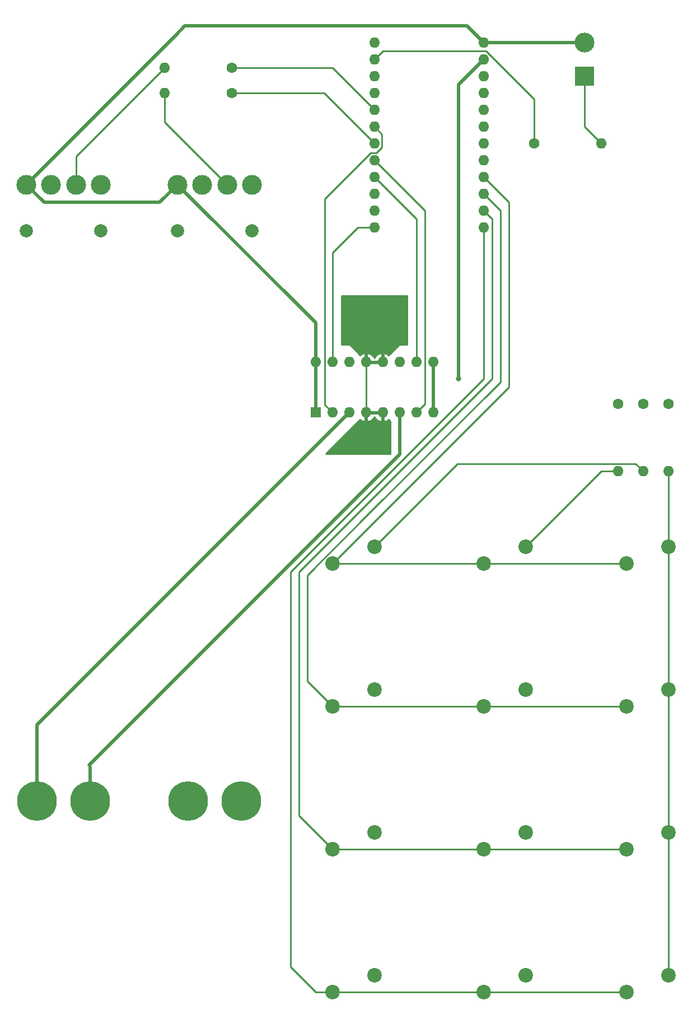
<source format=gbr>
%TF.GenerationSoftware,KiCad,Pcbnew,(5.1.8)-1*%
%TF.CreationDate,2020-12-17T23:53:09+01:00*%
%TF.ProjectId,pcb,7063622e-6b69-4636-9164-5f7063625858,rev?*%
%TF.SameCoordinates,Original*%
%TF.FileFunction,Copper,L1,Top*%
%TF.FilePolarity,Positive*%
%FSLAX46Y46*%
G04 Gerber Fmt 4.6, Leading zero omitted, Abs format (unit mm)*
G04 Created by KiCad (PCBNEW (5.1.8)-1) date 2020-12-17 23:53:09*
%MOMM*%
%LPD*%
G01*
G04 APERTURE LIST*
%TA.AperFunction,ComponentPad*%
%ADD10C,2.000000*%
%TD*%
%TA.AperFunction,ComponentPad*%
%ADD11C,6.000000*%
%TD*%
%TA.AperFunction,ComponentPad*%
%ADD12C,3.000000*%
%TD*%
%TA.AperFunction,ComponentPad*%
%ADD13C,2.200000*%
%TD*%
%TA.AperFunction,ComponentPad*%
%ADD14O,1.600000X1.600000*%
%TD*%
%TA.AperFunction,ComponentPad*%
%ADD15R,3.000000X3.000000*%
%TD*%
%TA.AperFunction,ComponentPad*%
%ADD16C,1.600000*%
%TD*%
%TA.AperFunction,ComponentPad*%
%ADD17R,1.600000X1.600000*%
%TD*%
%TA.AperFunction,ViaPad*%
%ADD18C,0.800000*%
%TD*%
%TA.AperFunction,Conductor*%
%ADD19C,0.250000*%
%TD*%
%TA.AperFunction,Conductor*%
%ADD20C,0.500000*%
%TD*%
%TA.AperFunction,Conductor*%
%ADD21C,0.254000*%
%TD*%
%TA.AperFunction,Conductor*%
%ADD22C,0.100000*%
%TD*%
G04 APERTURE END LIST*
D10*
%TO.P,MF2,4*%
%TO.N,Net-(MF2-Pad4)*%
X64045000Y-44950000D03*
%TO.P,MF2,5*%
%TO.N,Net-(MF2-Pad5)*%
X52795000Y-44950000D03*
D11*
%TO.P,MF2,7*%
%TO.N,Net-(MF2-Pad7)*%
X54420000Y-131150000D03*
%TO.P,MF2,6*%
%TO.N,Net-(MF2-Pad6)*%
X62420000Y-131150000D03*
D12*
%TO.P,MF2,2*%
%TO.N,+5V*%
X52795000Y-37950000D03*
%TO.P,MF2,1*%
%TO.N,fader2*%
X64045000Y-37950000D03*
%TO.P,MF2,8*%
%TO.N,fader_cap2*%
X60295000Y-37950000D03*
%TO.P,MF2,3*%
%TO.N,Net-(MF2-Pad3)*%
X56545000Y-37950000D03*
%TD*%
D13*
%TO.P,MX1,2*%
%TO.N,key_row1*%
X76200000Y-95250000D03*
%TO.P,MX1,1*%
%TO.N,Net-(MX1-Pad1)*%
X82550000Y-92710000D03*
%TD*%
D14*
%TO.P,PM1,0*%
%TO.N,key_col3*%
X82550000Y-16510000D03*
%TO.P,PM1,1*%
%TO.N,Net-(PM1-Pad1)*%
X82550000Y-19050000D03*
%TO.P,PM1,2*%
%TO.N,Net-(PM1-Pad2)*%
X82550000Y-21590000D03*
%TO.P,PM1,3*%
%TO.N,Net-(PM1-Pad3)*%
X82550000Y-24130000D03*
%TO.P,PM1,4*%
%TO.N,fader_out1*%
X82550000Y-26670000D03*
%TO.P,PM1,5*%
%TO.N,M1_pos*%
X82550000Y-29210000D03*
%TO.P,PM1,6*%
%TO.N,fader_out2*%
X82550000Y-31750000D03*
%TO.P,PM1,7*%
%TO.N,M1_neg*%
X82550000Y-34290000D03*
%TO.P,PM1,8*%
%TO.N,M2_pos*%
X82550000Y-36830000D03*
%TO.P,PM1,9*%
%TO.N,key_col1*%
X82550000Y-39370000D03*
%TO.P,PM1,10*%
%TO.N,key_col2*%
X82550000Y-41910000D03*
%TO.P,PM1,11*%
%TO.N,M2_neg*%
X82550000Y-44450000D03*
%TO.P,PM1,12*%
%TO.N,+5V*%
X99060000Y-16510000D03*
%TO.P,PM1,13*%
%TO.N,Earth*%
X99060000Y-19050000D03*
%TO.P,PM1,14*%
%TO.N,Net-(PM1-Pad14)*%
X99060000Y-21590000D03*
%TO.P,PM1,15*%
%TO.N,Net-(PM1-Pad15)*%
X99060000Y-24130000D03*
%TO.P,PM1,16*%
%TO.N,fader_cap1*%
X99060000Y-26670000D03*
%TO.P,PM1,17*%
%TO.N,fader_cap2*%
X99060000Y-29210000D03*
%TO.P,PM1,18*%
%TO.N,fader1*%
X99060000Y-31750000D03*
%TO.P,PM1,19*%
%TO.N,fader2*%
X99060000Y-34290000D03*
%TO.P,PM1,20*%
%TO.N,key_row1*%
X99060000Y-36830000D03*
%TO.P,PM1,21*%
%TO.N,key_row2*%
X99060000Y-39370000D03*
%TO.P,PM1,22*%
%TO.N,key_row3*%
X99060000Y-41910000D03*
%TO.P,PM1,23*%
%TO.N,key_row4*%
X99060000Y-44450000D03*
%TD*%
D15*
%TO.P,J1,1*%
%TO.N,Net-(J1-Pad1)*%
X114300000Y-21590000D03*
D12*
%TO.P,J1,2*%
%TO.N,+5V*%
X114300000Y-16510000D03*
%TD*%
%TO.P,MF1,3*%
%TO.N,Net-(MF1-Pad3)*%
X33685000Y-37950000D03*
%TO.P,MF1,8*%
%TO.N,fader_cap1*%
X37435000Y-37950000D03*
%TO.P,MF1,1*%
%TO.N,fader1*%
X41185000Y-37950000D03*
%TO.P,MF1,2*%
%TO.N,+5V*%
X29935000Y-37950000D03*
D11*
%TO.P,MF1,6*%
%TO.N,Net-(MF1-Pad6)*%
X39560000Y-131150000D03*
%TO.P,MF1,7*%
%TO.N,Net-(MF1-Pad7)*%
X31560000Y-131150000D03*
D10*
%TO.P,MF1,5*%
%TO.N,Net-(MF1-Pad5)*%
X29935000Y-44950000D03*
%TO.P,MF1,4*%
%TO.N,Net-(MF1-Pad4)*%
X41185000Y-44950000D03*
%TD*%
D13*
%TO.P,MX2,1*%
%TO.N,Net-(MX2-Pad1)*%
X105410000Y-92710000D03*
%TO.P,MX2,2*%
%TO.N,key_row1*%
X99060000Y-95250000D03*
%TD*%
%TO.P,MX3,1*%
%TO.N,Net-(MX1-Pad1)*%
X82550000Y-114300000D03*
%TO.P,MX3,2*%
%TO.N,key_row2*%
X76200000Y-116840000D03*
%TD*%
%TO.P,MX4,2*%
%TO.N,key_row2*%
X99060000Y-116840000D03*
%TO.P,MX4,1*%
%TO.N,Net-(MX2-Pad1)*%
X105410000Y-114300000D03*
%TD*%
%TO.P,MX5,2*%
%TO.N,key_row3*%
X76200000Y-138430000D03*
%TO.P,MX5,1*%
%TO.N,Net-(MX1-Pad1)*%
X82550000Y-135890000D03*
%TD*%
%TO.P,MX6,1*%
%TO.N,Net-(MX2-Pad1)*%
X105410000Y-135890000D03*
%TO.P,MX6,2*%
%TO.N,key_row3*%
X99060000Y-138430000D03*
%TD*%
%TO.P,MX7,2*%
%TO.N,key_row4*%
X76200000Y-160020000D03*
%TO.P,MX7,1*%
%TO.N,Net-(MX1-Pad1)*%
X82550000Y-157480000D03*
%TD*%
%TO.P,MX8,1*%
%TO.N,Net-(MX2-Pad1)*%
X105410000Y-157480000D03*
%TO.P,MX8,2*%
%TO.N,key_row4*%
X99060000Y-160020000D03*
%TD*%
%TO.P,MX9,2*%
%TO.N,key_row1*%
X120650000Y-95250000D03*
%TO.P,MX9,1*%
%TO.N,Net-(MX10-Pad1)*%
X127000000Y-92710000D03*
%TD*%
%TO.P,MX10,1*%
%TO.N,Net-(MX10-Pad1)*%
X127000000Y-114300000D03*
%TO.P,MX10,2*%
%TO.N,key_row2*%
X120650000Y-116840000D03*
%TD*%
%TO.P,MX11,2*%
%TO.N,key_row3*%
X120650000Y-138430000D03*
%TO.P,MX11,1*%
%TO.N,Net-(MX10-Pad1)*%
X127000000Y-135890000D03*
%TD*%
%TO.P,MX12,1*%
%TO.N,Net-(MX10-Pad1)*%
X127000000Y-157480000D03*
%TO.P,MX12,2*%
%TO.N,key_row4*%
X120650000Y-160020000D03*
%TD*%
D16*
%TO.P,R1,1*%
%TO.N,fader_out1*%
X60960000Y-20320000D03*
D14*
%TO.P,R1,2*%
%TO.N,fader_cap1*%
X50800000Y-20320000D03*
%TD*%
%TO.P,R2,2*%
%TO.N,fader_cap2*%
X50800000Y-24130000D03*
D16*
%TO.P,R2,1*%
%TO.N,fader_out2*%
X60960000Y-24130000D03*
%TD*%
D14*
%TO.P,R3,2*%
%TO.N,Net-(J1-Pad1)*%
X116840000Y-31750000D03*
D16*
%TO.P,R3,1*%
%TO.N,Net-(PM1-Pad1)*%
X106680000Y-31750000D03*
%TD*%
%TO.P,R4,1*%
%TO.N,key_col1*%
X123190000Y-71120000D03*
D14*
%TO.P,R4,2*%
%TO.N,Net-(MX1-Pad1)*%
X123190000Y-81280000D03*
%TD*%
%TO.P,R5,2*%
%TO.N,Net-(MX2-Pad1)*%
X119380000Y-81280000D03*
D16*
%TO.P,R5,1*%
%TO.N,key_col2*%
X119380000Y-71120000D03*
%TD*%
%TO.P,R6,1*%
%TO.N,key_col3*%
X127000000Y-71120000D03*
D14*
%TO.P,R6,2*%
%TO.N,Net-(MX10-Pad1)*%
X127000000Y-81280000D03*
%TD*%
D17*
%TO.P,U1,1*%
%TO.N,+5V*%
X73660000Y-72390000D03*
D14*
%TO.P,U1,9*%
X91440000Y-64770000D03*
%TO.P,U1,2*%
%TO.N,M1_pos*%
X76200000Y-72390000D03*
%TO.P,U1,10*%
%TO.N,M2_pos*%
X88900000Y-64770000D03*
%TO.P,U1,3*%
%TO.N,Net-(MF1-Pad7)*%
X78740000Y-72390000D03*
%TO.P,U1,11*%
%TO.N,Net-(MF2-Pad6)*%
X86360000Y-64770000D03*
%TO.P,U1,4*%
%TO.N,Earth*%
X81280000Y-72390000D03*
%TO.P,U1,12*%
X83820000Y-64770000D03*
%TO.P,U1,5*%
X83820000Y-72390000D03*
%TO.P,U1,13*%
X81280000Y-64770000D03*
%TO.P,U1,6*%
%TO.N,Net-(MF1-Pad6)*%
X86360000Y-72390000D03*
%TO.P,U1,14*%
%TO.N,Net-(MF2-Pad7)*%
X78740000Y-64770000D03*
%TO.P,U1,7*%
%TO.N,M1_neg*%
X88900000Y-72390000D03*
%TO.P,U1,15*%
%TO.N,M2_neg*%
X76200000Y-64770000D03*
%TO.P,U1,8*%
%TO.N,+5V*%
X91440000Y-72390000D03*
%TO.P,U1,16*%
X73660000Y-64770000D03*
%TD*%
D18*
%TO.N,Earth*%
X95250000Y-67310000D03*
%TD*%
D19*
%TO.N,M1_pos*%
X75074999Y-71264999D02*
X76200000Y-72390000D01*
X75074999Y-40099999D02*
X75074999Y-71264999D01*
X82009999Y-33164999D02*
X75074999Y-40099999D01*
X82800003Y-33164999D02*
X82009999Y-33164999D01*
X83675001Y-32290001D02*
X82800003Y-33164999D01*
X83675001Y-30335001D02*
X83675001Y-32290001D01*
X82550000Y-29210000D02*
X83675001Y-30335001D01*
%TO.N,M1_neg*%
X90170000Y-71120000D02*
X88900000Y-72390000D01*
X90170000Y-41910000D02*
X90170000Y-71120000D01*
X82550000Y-34290000D02*
X90170000Y-41910000D01*
D20*
%TO.N,+5V*%
X99060000Y-16510000D02*
X114300000Y-16510000D01*
D19*
X49960001Y-17924999D02*
X29935000Y-37950000D01*
D20*
X73660000Y-58815000D02*
X73660000Y-64770000D01*
X52795000Y-37950000D02*
X73660000Y-58815000D01*
X73660000Y-64770000D02*
X73660000Y-72390000D01*
X91440000Y-64770000D02*
X91440000Y-72390000D01*
X52500001Y-15384999D02*
X29935000Y-37950000D01*
X53915000Y-13970000D02*
X52500001Y-15384999D01*
X96520000Y-13970000D02*
X53915000Y-13970000D01*
X99060000Y-16510000D02*
X96520000Y-13970000D01*
X32625000Y-40640000D02*
X29935000Y-37950000D01*
X49530000Y-40640000D02*
X50105000Y-40640000D01*
X50105000Y-40640000D02*
X52795000Y-37950000D01*
X49530000Y-40640000D02*
X32625000Y-40640000D01*
D19*
%TO.N,M2_pos*%
X88900000Y-43180000D02*
X88900000Y-64770000D01*
X82550000Y-36830000D02*
X88900000Y-43180000D01*
%TO.N,Earth*%
X83820000Y-64770000D02*
X81280000Y-64770000D01*
X81280000Y-64770000D02*
X81280000Y-72390000D01*
D20*
X99060000Y-19050000D02*
X95250000Y-22860000D01*
X95250000Y-22860000D02*
X95250000Y-67310000D01*
D19*
X95250000Y-67310000D02*
X95250000Y-67310000D01*
%TO.N,M2_neg*%
X82550000Y-44450000D02*
X80010000Y-44450000D01*
X76200000Y-48260000D02*
X76200000Y-64770000D01*
X80010000Y-44450000D02*
X76200000Y-48260000D01*
%TO.N,key_row1*%
X76200000Y-95250000D02*
X99060000Y-95250000D01*
X99060000Y-95250000D02*
X120650000Y-95250000D01*
X82550000Y-88900000D02*
X76200000Y-95250000D01*
X102870000Y-68580000D02*
X82550000Y-88900000D01*
X102870000Y-40640000D02*
X99060000Y-36830000D01*
X102870000Y-40640000D02*
X102870000Y-68580000D01*
%TO.N,key_row2*%
X76200000Y-116840000D02*
X99060000Y-116840000D01*
X120650000Y-116840000D02*
X99060000Y-116840000D01*
X76200000Y-116840000D02*
X72390000Y-113030000D01*
X72390000Y-113030000D02*
X72390000Y-96950998D01*
X101600000Y-67740998D02*
X81495499Y-87845499D01*
X101600000Y-41910000D02*
X101600000Y-67740998D01*
X99060000Y-39370000D02*
X101600000Y-41910000D01*
X81495499Y-87845499D02*
X81710998Y-87630000D01*
X72390000Y-96950998D02*
X81495499Y-87845499D01*
%TO.N,key_row3*%
X76200000Y-138430000D02*
X99060000Y-138430000D01*
X99060000Y-138430000D02*
X120650000Y-138430000D01*
X100330000Y-43180000D02*
X99060000Y-41910000D01*
X100330000Y-67310000D02*
X100330000Y-43180000D01*
X71120000Y-96520000D02*
X100330000Y-67310000D01*
X71120000Y-133350000D02*
X71120000Y-96520000D01*
X76200000Y-138430000D02*
X71120000Y-133350000D01*
%TO.N,key_row4*%
X76200000Y-160020000D02*
X99060000Y-160020000D01*
X120650000Y-160020000D02*
X99060000Y-160020000D01*
X69850000Y-96520000D02*
X99060000Y-67310000D01*
X69850000Y-156210000D02*
X69850000Y-96520000D01*
X99060000Y-67310000D02*
X99060000Y-44450000D01*
X73660000Y-160020000D02*
X69850000Y-156210000D01*
X76200000Y-160020000D02*
X73660000Y-160020000D01*
D20*
%TO.N,Net-(MF1-Pad7)*%
X31560000Y-119570000D02*
X78740000Y-72390000D01*
X31560000Y-131150000D02*
X31560000Y-119570000D01*
%TO.N,Net-(MF1-Pad6)*%
X86360000Y-72390000D02*
X86360000Y-78740000D01*
X86360000Y-78740000D02*
X39370000Y-125730000D01*
X39560000Y-125920000D02*
X39560000Y-131150000D01*
D19*
X39370000Y-125730000D02*
X39560000Y-125920000D01*
%TO.N,Net-(PM1-Pad1)*%
X82550000Y-19050000D02*
X83820000Y-17780000D01*
X106680000Y-25004998D02*
X106680000Y-31750000D01*
X99455002Y-17780000D02*
X106680000Y-25004998D01*
X83820000Y-17780000D02*
X99455002Y-17780000D01*
%TO.N,Net-(J1-Pad1)*%
X114300000Y-29210000D02*
X116840000Y-31750000D01*
X114300000Y-21590000D02*
X114300000Y-29210000D01*
%TO.N,fader_cap1*%
X37435000Y-33685000D02*
X37435000Y-37950000D01*
X50800000Y-20320000D02*
X37435000Y-33685000D01*
%TO.N,fader_cap2*%
X50800000Y-28455000D02*
X60295000Y-37950000D01*
X50800000Y-24130000D02*
X50800000Y-28455000D01*
%TO.N,Net-(MX1-Pad1)*%
X95105001Y-80154999D02*
X82550000Y-92710000D01*
X122064999Y-80154999D02*
X95105001Y-80154999D01*
X123190000Y-81280000D02*
X122064999Y-80154999D01*
%TO.N,Net-(MX2-Pad1)*%
X116840000Y-81280000D02*
X105410000Y-92710000D01*
X119380000Y-81280000D02*
X116840000Y-81280000D01*
%TO.N,Net-(MX10-Pad1)*%
X127000000Y-157480000D02*
X127000000Y-135890000D01*
X127000000Y-114300000D02*
X127000000Y-135890000D01*
X127000000Y-92710000D02*
X127000000Y-114300000D01*
X127000000Y-81280000D02*
X127000000Y-92710000D01*
%TO.N,fader_out1*%
X82550000Y-26670000D02*
X76200000Y-20320000D01*
X76200000Y-20320000D02*
X60960000Y-20320000D01*
%TO.N,fader_out2*%
X74930000Y-24130000D02*
X82550000Y-31750000D01*
X60960000Y-24130000D02*
X74930000Y-24130000D01*
%TD*%
D21*
%TO.N,Earth*%
X83693000Y-72390000D02*
X83695440Y-72414776D01*
X83702667Y-72438601D01*
X83714403Y-72460557D01*
X83730197Y-72479803D01*
X83947000Y-72696606D01*
X83947000Y-73659915D01*
X84169039Y-73781904D01*
X84303087Y-73741246D01*
X84557420Y-73621037D01*
X84737757Y-73487363D01*
X84963000Y-73712606D01*
X84963000Y-78613000D01*
X75236606Y-78613000D01*
X80362243Y-73487363D01*
X80542580Y-73621037D01*
X80796913Y-73741246D01*
X80930961Y-73781904D01*
X81153000Y-73659915D01*
X81153000Y-72696606D01*
X81332606Y-72517000D01*
X81407000Y-72517000D01*
X81407000Y-73659915D01*
X81629039Y-73781904D01*
X81763087Y-73741246D01*
X82017420Y-73621037D01*
X82243414Y-73453519D01*
X82432385Y-73245131D01*
X82550000Y-73049018D01*
X82667615Y-73245131D01*
X82856586Y-73453519D01*
X83082580Y-73621037D01*
X83336913Y-73741246D01*
X83470961Y-73781904D01*
X83693000Y-73659915D01*
X83693000Y-72517000D01*
X81407000Y-72517000D01*
X81332606Y-72517000D01*
X81369803Y-72479803D01*
X81385597Y-72460557D01*
X81397333Y-72438601D01*
X81404560Y-72414776D01*
X81407000Y-72390000D01*
X81407000Y-72263000D01*
X83693000Y-72263000D01*
X83693000Y-72390000D01*
%TA.AperFunction,Conductor*%
D22*
G36*
X83693000Y-72390000D02*
G01*
X83695440Y-72414776D01*
X83702667Y-72438601D01*
X83714403Y-72460557D01*
X83730197Y-72479803D01*
X83947000Y-72696606D01*
X83947000Y-73659915D01*
X84169039Y-73781904D01*
X84303087Y-73741246D01*
X84557420Y-73621037D01*
X84737757Y-73487363D01*
X84963000Y-73712606D01*
X84963000Y-78613000D01*
X75236606Y-78613000D01*
X80362243Y-73487363D01*
X80542580Y-73621037D01*
X80796913Y-73741246D01*
X80930961Y-73781904D01*
X81153000Y-73659915D01*
X81153000Y-72696606D01*
X81332606Y-72517000D01*
X81407000Y-72517000D01*
X81407000Y-73659915D01*
X81629039Y-73781904D01*
X81763087Y-73741246D01*
X82017420Y-73621037D01*
X82243414Y-73453519D01*
X82432385Y-73245131D01*
X82550000Y-73049018D01*
X82667615Y-73245131D01*
X82856586Y-73453519D01*
X83082580Y-73621037D01*
X83336913Y-73741246D01*
X83470961Y-73781904D01*
X83693000Y-73659915D01*
X83693000Y-72517000D01*
X81407000Y-72517000D01*
X81332606Y-72517000D01*
X81369803Y-72479803D01*
X81385597Y-72460557D01*
X81397333Y-72438601D01*
X81404560Y-72414776D01*
X81407000Y-72390000D01*
X81407000Y-72263000D01*
X83693000Y-72263000D01*
X83693000Y-72390000D01*
G37*
%TD.AperFunction*%
D21*
X87503000Y-62103000D02*
X86360000Y-62103000D01*
X86335224Y-62105440D01*
X86311399Y-62112667D01*
X86289443Y-62124403D01*
X86270197Y-62140197D01*
X84737757Y-63672637D01*
X84557420Y-63538963D01*
X84303087Y-63418754D01*
X84169039Y-63378096D01*
X83947000Y-63500085D01*
X83947000Y-64463394D01*
X83730197Y-64680197D01*
X83714403Y-64699443D01*
X83702667Y-64721399D01*
X83695440Y-64745224D01*
X83693000Y-64770000D01*
X83693000Y-64897000D01*
X81407000Y-64897000D01*
X81407000Y-64770000D01*
X81404560Y-64745224D01*
X81397333Y-64721399D01*
X81385597Y-64699443D01*
X81369803Y-64680197D01*
X81153000Y-64463394D01*
X81153000Y-63500085D01*
X81407000Y-63500085D01*
X81407000Y-64643000D01*
X83693000Y-64643000D01*
X83693000Y-63500085D01*
X83470961Y-63378096D01*
X83336913Y-63418754D01*
X83082580Y-63538963D01*
X82856586Y-63706481D01*
X82667615Y-63914869D01*
X82550000Y-64110982D01*
X82432385Y-63914869D01*
X82243414Y-63706481D01*
X82017420Y-63538963D01*
X81763087Y-63418754D01*
X81629039Y-63378096D01*
X81407000Y-63500085D01*
X81153000Y-63500085D01*
X80930961Y-63378096D01*
X80796913Y-63418754D01*
X80542580Y-63538963D01*
X80362243Y-63672637D01*
X78829803Y-62140197D01*
X78810557Y-62124403D01*
X78788601Y-62112667D01*
X78764776Y-62105440D01*
X78740000Y-62103000D01*
X77597000Y-62103000D01*
X77597000Y-54737000D01*
X87503000Y-54737000D01*
X87503000Y-62103000D01*
%TA.AperFunction,Conductor*%
D22*
G36*
X87503000Y-62103000D02*
G01*
X86360000Y-62103000D01*
X86335224Y-62105440D01*
X86311399Y-62112667D01*
X86289443Y-62124403D01*
X86270197Y-62140197D01*
X84737757Y-63672637D01*
X84557420Y-63538963D01*
X84303087Y-63418754D01*
X84169039Y-63378096D01*
X83947000Y-63500085D01*
X83947000Y-64463394D01*
X83730197Y-64680197D01*
X83714403Y-64699443D01*
X83702667Y-64721399D01*
X83695440Y-64745224D01*
X83693000Y-64770000D01*
X83693000Y-64897000D01*
X81407000Y-64897000D01*
X81407000Y-64770000D01*
X81404560Y-64745224D01*
X81397333Y-64721399D01*
X81385597Y-64699443D01*
X81369803Y-64680197D01*
X81153000Y-64463394D01*
X81153000Y-63500085D01*
X81407000Y-63500085D01*
X81407000Y-64643000D01*
X83693000Y-64643000D01*
X83693000Y-63500085D01*
X83470961Y-63378096D01*
X83336913Y-63418754D01*
X83082580Y-63538963D01*
X82856586Y-63706481D01*
X82667615Y-63914869D01*
X82550000Y-64110982D01*
X82432385Y-63914869D01*
X82243414Y-63706481D01*
X82017420Y-63538963D01*
X81763087Y-63418754D01*
X81629039Y-63378096D01*
X81407000Y-63500085D01*
X81153000Y-63500085D01*
X80930961Y-63378096D01*
X80796913Y-63418754D01*
X80542580Y-63538963D01*
X80362243Y-63672637D01*
X78829803Y-62140197D01*
X78810557Y-62124403D01*
X78788601Y-62112667D01*
X78764776Y-62105440D01*
X78740000Y-62103000D01*
X77597000Y-62103000D01*
X77597000Y-54737000D01*
X87503000Y-54737000D01*
X87503000Y-62103000D01*
G37*
%TD.AperFunction*%
%TD*%
M02*

</source>
